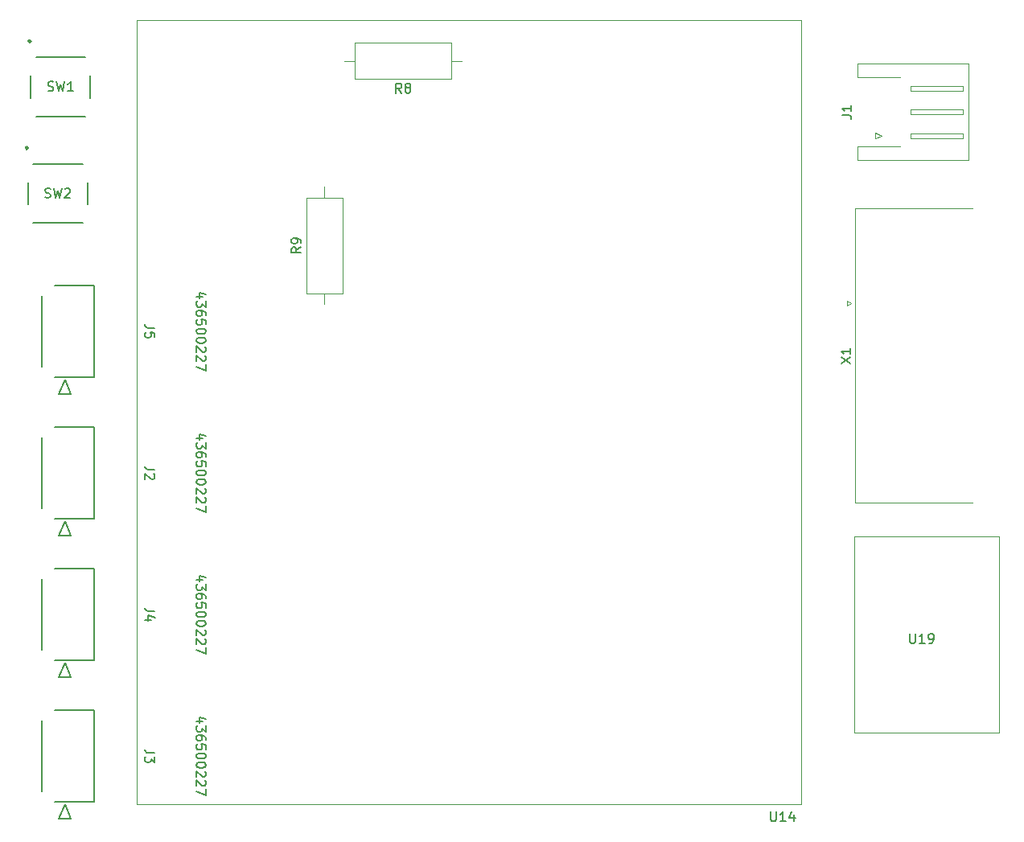
<source format=gto>
G04 #@! TF.GenerationSoftware,KiCad,Pcbnew,8.0.0*
G04 #@! TF.CreationDate,2024-03-28T17:26:01-04:00*
G04 #@! TF.ProjectId,4. New_CANOpen,342e204e-6577-45f4-9341-4e4f70656e2e,rev?*
G04 #@! TF.SameCoordinates,Original*
G04 #@! TF.FileFunction,Legend,Top*
G04 #@! TF.FilePolarity,Positive*
%FSLAX46Y46*%
G04 Gerber Fmt 4.6, Leading zero omitted, Abs format (unit mm)*
G04 Created by KiCad (PCBNEW 8.0.0) date 2024-03-28 17:26:01*
%MOMM*%
%LPD*%
G01*
G04 APERTURE LIST*
%ADD10C,0.150000*%
%ADD11C,0.120000*%
%ADD12C,0.152400*%
%ADD13C,0.254000*%
G04 APERTURE END LIST*
D10*
X123684819Y-70583333D02*
X124399104Y-70583333D01*
X124399104Y-70583333D02*
X124541961Y-70630952D01*
X124541961Y-70630952D02*
X124637200Y-70726190D01*
X124637200Y-70726190D02*
X124684819Y-70869047D01*
X124684819Y-70869047D02*
X124684819Y-70964285D01*
X124684819Y-69583333D02*
X124684819Y-70154761D01*
X124684819Y-69869047D02*
X123684819Y-69869047D01*
X123684819Y-69869047D02*
X123827676Y-69964285D01*
X123827676Y-69964285D02*
X123922914Y-70059523D01*
X123922914Y-70059523D02*
X123970533Y-70154761D01*
X39814667Y-79240101D02*
X39957524Y-79287720D01*
X39957524Y-79287720D02*
X40195619Y-79287720D01*
X40195619Y-79287720D02*
X40290857Y-79240101D01*
X40290857Y-79240101D02*
X40338476Y-79192481D01*
X40338476Y-79192481D02*
X40386095Y-79097243D01*
X40386095Y-79097243D02*
X40386095Y-79002005D01*
X40386095Y-79002005D02*
X40338476Y-78906767D01*
X40338476Y-78906767D02*
X40290857Y-78859148D01*
X40290857Y-78859148D02*
X40195619Y-78811529D01*
X40195619Y-78811529D02*
X40005143Y-78763910D01*
X40005143Y-78763910D02*
X39909905Y-78716291D01*
X39909905Y-78716291D02*
X39862286Y-78668672D01*
X39862286Y-78668672D02*
X39814667Y-78573434D01*
X39814667Y-78573434D02*
X39814667Y-78478196D01*
X39814667Y-78478196D02*
X39862286Y-78382958D01*
X39862286Y-78382958D02*
X39909905Y-78335339D01*
X39909905Y-78335339D02*
X40005143Y-78287720D01*
X40005143Y-78287720D02*
X40243238Y-78287720D01*
X40243238Y-78287720D02*
X40386095Y-78335339D01*
X40719429Y-78287720D02*
X40957524Y-79287720D01*
X40957524Y-79287720D02*
X41148000Y-78573434D01*
X41148000Y-78573434D02*
X41338476Y-79287720D01*
X41338476Y-79287720D02*
X41576572Y-78287720D01*
X41909905Y-78382958D02*
X41957524Y-78335339D01*
X41957524Y-78335339D02*
X42052762Y-78287720D01*
X42052762Y-78287720D02*
X42290857Y-78287720D01*
X42290857Y-78287720D02*
X42386095Y-78335339D01*
X42386095Y-78335339D02*
X42433714Y-78382958D01*
X42433714Y-78382958D02*
X42481333Y-78478196D01*
X42481333Y-78478196D02*
X42481333Y-78573434D01*
X42481333Y-78573434D02*
X42433714Y-78716291D01*
X42433714Y-78716291D02*
X41862286Y-79287720D01*
X41862286Y-79287720D02*
X42481333Y-79287720D01*
X51345180Y-93005314D02*
X50630895Y-93005314D01*
X50630895Y-93005314D02*
X50488038Y-92957695D01*
X50488038Y-92957695D02*
X50392800Y-92862457D01*
X50392800Y-92862457D02*
X50345180Y-92719600D01*
X50345180Y-92719600D02*
X50345180Y-92624362D01*
X51345180Y-93957695D02*
X51345180Y-93481505D01*
X51345180Y-93481505D02*
X50868990Y-93433886D01*
X50868990Y-93433886D02*
X50916609Y-93481505D01*
X50916609Y-93481505D02*
X50964228Y-93576743D01*
X50964228Y-93576743D02*
X50964228Y-93814838D01*
X50964228Y-93814838D02*
X50916609Y-93910076D01*
X50916609Y-93910076D02*
X50868990Y-93957695D01*
X50868990Y-93957695D02*
X50773752Y-94005314D01*
X50773752Y-94005314D02*
X50535657Y-94005314D01*
X50535657Y-94005314D02*
X50440419Y-93957695D01*
X50440419Y-93957695D02*
X50392800Y-93910076D01*
X50392800Y-93910076D02*
X50345180Y-93814838D01*
X50345180Y-93814838D02*
X50345180Y-93576743D01*
X50345180Y-93576743D02*
X50392800Y-93481505D01*
X50392800Y-93481505D02*
X50440419Y-93433886D01*
X56406848Y-89719600D02*
X55740181Y-89719600D01*
X56787801Y-89481505D02*
X56073515Y-89243410D01*
X56073515Y-89243410D02*
X56073515Y-89862457D01*
X56740181Y-90148172D02*
X56740181Y-90767219D01*
X56740181Y-90767219D02*
X56359229Y-90433886D01*
X56359229Y-90433886D02*
X56359229Y-90576743D01*
X56359229Y-90576743D02*
X56311610Y-90671981D01*
X56311610Y-90671981D02*
X56263991Y-90719600D01*
X56263991Y-90719600D02*
X56168753Y-90767219D01*
X56168753Y-90767219D02*
X55930658Y-90767219D01*
X55930658Y-90767219D02*
X55835420Y-90719600D01*
X55835420Y-90719600D02*
X55787801Y-90671981D01*
X55787801Y-90671981D02*
X55740181Y-90576743D01*
X55740181Y-90576743D02*
X55740181Y-90291029D01*
X55740181Y-90291029D02*
X55787801Y-90195791D01*
X55787801Y-90195791D02*
X55835420Y-90148172D01*
X56740181Y-91624362D02*
X56740181Y-91433886D01*
X56740181Y-91433886D02*
X56692562Y-91338648D01*
X56692562Y-91338648D02*
X56644943Y-91291029D01*
X56644943Y-91291029D02*
X56502086Y-91195791D01*
X56502086Y-91195791D02*
X56311610Y-91148172D01*
X56311610Y-91148172D02*
X55930658Y-91148172D01*
X55930658Y-91148172D02*
X55835420Y-91195791D01*
X55835420Y-91195791D02*
X55787801Y-91243410D01*
X55787801Y-91243410D02*
X55740181Y-91338648D01*
X55740181Y-91338648D02*
X55740181Y-91529124D01*
X55740181Y-91529124D02*
X55787801Y-91624362D01*
X55787801Y-91624362D02*
X55835420Y-91671981D01*
X55835420Y-91671981D02*
X55930658Y-91719600D01*
X55930658Y-91719600D02*
X56168753Y-91719600D01*
X56168753Y-91719600D02*
X56263991Y-91671981D01*
X56263991Y-91671981D02*
X56311610Y-91624362D01*
X56311610Y-91624362D02*
X56359229Y-91529124D01*
X56359229Y-91529124D02*
X56359229Y-91338648D01*
X56359229Y-91338648D02*
X56311610Y-91243410D01*
X56311610Y-91243410D02*
X56263991Y-91195791D01*
X56263991Y-91195791D02*
X56168753Y-91148172D01*
X56740181Y-92624362D02*
X56740181Y-92148172D01*
X56740181Y-92148172D02*
X56263991Y-92100553D01*
X56263991Y-92100553D02*
X56311610Y-92148172D01*
X56311610Y-92148172D02*
X56359229Y-92243410D01*
X56359229Y-92243410D02*
X56359229Y-92481505D01*
X56359229Y-92481505D02*
X56311610Y-92576743D01*
X56311610Y-92576743D02*
X56263991Y-92624362D01*
X56263991Y-92624362D02*
X56168753Y-92671981D01*
X56168753Y-92671981D02*
X55930658Y-92671981D01*
X55930658Y-92671981D02*
X55835420Y-92624362D01*
X55835420Y-92624362D02*
X55787801Y-92576743D01*
X55787801Y-92576743D02*
X55740181Y-92481505D01*
X55740181Y-92481505D02*
X55740181Y-92243410D01*
X55740181Y-92243410D02*
X55787801Y-92148172D01*
X55787801Y-92148172D02*
X55835420Y-92100553D01*
X56740181Y-93291029D02*
X56740181Y-93386267D01*
X56740181Y-93386267D02*
X56692562Y-93481505D01*
X56692562Y-93481505D02*
X56644943Y-93529124D01*
X56644943Y-93529124D02*
X56549705Y-93576743D01*
X56549705Y-93576743D02*
X56359229Y-93624362D01*
X56359229Y-93624362D02*
X56121134Y-93624362D01*
X56121134Y-93624362D02*
X55930658Y-93576743D01*
X55930658Y-93576743D02*
X55835420Y-93529124D01*
X55835420Y-93529124D02*
X55787801Y-93481505D01*
X55787801Y-93481505D02*
X55740181Y-93386267D01*
X55740181Y-93386267D02*
X55740181Y-93291029D01*
X55740181Y-93291029D02*
X55787801Y-93195791D01*
X55787801Y-93195791D02*
X55835420Y-93148172D01*
X55835420Y-93148172D02*
X55930658Y-93100553D01*
X55930658Y-93100553D02*
X56121134Y-93052934D01*
X56121134Y-93052934D02*
X56359229Y-93052934D01*
X56359229Y-93052934D02*
X56549705Y-93100553D01*
X56549705Y-93100553D02*
X56644943Y-93148172D01*
X56644943Y-93148172D02*
X56692562Y-93195791D01*
X56692562Y-93195791D02*
X56740181Y-93291029D01*
X56740181Y-94243410D02*
X56740181Y-94338648D01*
X56740181Y-94338648D02*
X56692562Y-94433886D01*
X56692562Y-94433886D02*
X56644943Y-94481505D01*
X56644943Y-94481505D02*
X56549705Y-94529124D01*
X56549705Y-94529124D02*
X56359229Y-94576743D01*
X56359229Y-94576743D02*
X56121134Y-94576743D01*
X56121134Y-94576743D02*
X55930658Y-94529124D01*
X55930658Y-94529124D02*
X55835420Y-94481505D01*
X55835420Y-94481505D02*
X55787801Y-94433886D01*
X55787801Y-94433886D02*
X55740181Y-94338648D01*
X55740181Y-94338648D02*
X55740181Y-94243410D01*
X55740181Y-94243410D02*
X55787801Y-94148172D01*
X55787801Y-94148172D02*
X55835420Y-94100553D01*
X55835420Y-94100553D02*
X55930658Y-94052934D01*
X55930658Y-94052934D02*
X56121134Y-94005315D01*
X56121134Y-94005315D02*
X56359229Y-94005315D01*
X56359229Y-94005315D02*
X56549705Y-94052934D01*
X56549705Y-94052934D02*
X56644943Y-94100553D01*
X56644943Y-94100553D02*
X56692562Y-94148172D01*
X56692562Y-94148172D02*
X56740181Y-94243410D01*
X56644943Y-94957696D02*
X56692562Y-95005315D01*
X56692562Y-95005315D02*
X56740181Y-95100553D01*
X56740181Y-95100553D02*
X56740181Y-95338648D01*
X56740181Y-95338648D02*
X56692562Y-95433886D01*
X56692562Y-95433886D02*
X56644943Y-95481505D01*
X56644943Y-95481505D02*
X56549705Y-95529124D01*
X56549705Y-95529124D02*
X56454467Y-95529124D01*
X56454467Y-95529124D02*
X56311610Y-95481505D01*
X56311610Y-95481505D02*
X55740181Y-94910077D01*
X55740181Y-94910077D02*
X55740181Y-95529124D01*
X56644943Y-95910077D02*
X56692562Y-95957696D01*
X56692562Y-95957696D02*
X56740181Y-96052934D01*
X56740181Y-96052934D02*
X56740181Y-96291029D01*
X56740181Y-96291029D02*
X56692562Y-96386267D01*
X56692562Y-96386267D02*
X56644943Y-96433886D01*
X56644943Y-96433886D02*
X56549705Y-96481505D01*
X56549705Y-96481505D02*
X56454467Y-96481505D01*
X56454467Y-96481505D02*
X56311610Y-96433886D01*
X56311610Y-96433886D02*
X55740181Y-95862458D01*
X55740181Y-95862458D02*
X55740181Y-96481505D01*
X56740181Y-96814839D02*
X56740181Y-97481505D01*
X56740181Y-97481505D02*
X55740181Y-97052934D01*
X123609488Y-96709192D02*
X124609488Y-96042526D01*
X123609488Y-96042526D02*
X124609488Y-96709192D01*
X124609488Y-95137764D02*
X124609488Y-95709192D01*
X124609488Y-95423478D02*
X123609488Y-95423478D01*
X123609488Y-95423478D02*
X123752345Y-95518716D01*
X123752345Y-95518716D02*
X123847583Y-95613954D01*
X123847583Y-95613954D02*
X123895202Y-95709192D01*
X51345180Y-137723358D02*
X50630895Y-137723358D01*
X50630895Y-137723358D02*
X50488038Y-137675739D01*
X50488038Y-137675739D02*
X50392800Y-137580501D01*
X50392800Y-137580501D02*
X50345180Y-137437644D01*
X50345180Y-137437644D02*
X50345180Y-137342406D01*
X51345180Y-138104311D02*
X51345180Y-138723358D01*
X51345180Y-138723358D02*
X50964228Y-138390025D01*
X50964228Y-138390025D02*
X50964228Y-138532882D01*
X50964228Y-138532882D02*
X50916609Y-138628120D01*
X50916609Y-138628120D02*
X50868990Y-138675739D01*
X50868990Y-138675739D02*
X50773752Y-138723358D01*
X50773752Y-138723358D02*
X50535657Y-138723358D01*
X50535657Y-138723358D02*
X50440419Y-138675739D01*
X50440419Y-138675739D02*
X50392800Y-138628120D01*
X50392800Y-138628120D02*
X50345180Y-138532882D01*
X50345180Y-138532882D02*
X50345180Y-138247168D01*
X50345180Y-138247168D02*
X50392800Y-138151930D01*
X50392800Y-138151930D02*
X50440419Y-138104311D01*
X56406848Y-134437644D02*
X55740181Y-134437644D01*
X56787801Y-134199549D02*
X56073515Y-133961454D01*
X56073515Y-133961454D02*
X56073515Y-134580501D01*
X56740181Y-134866216D02*
X56740181Y-135485263D01*
X56740181Y-135485263D02*
X56359229Y-135151930D01*
X56359229Y-135151930D02*
X56359229Y-135294787D01*
X56359229Y-135294787D02*
X56311610Y-135390025D01*
X56311610Y-135390025D02*
X56263991Y-135437644D01*
X56263991Y-135437644D02*
X56168753Y-135485263D01*
X56168753Y-135485263D02*
X55930658Y-135485263D01*
X55930658Y-135485263D02*
X55835420Y-135437644D01*
X55835420Y-135437644D02*
X55787801Y-135390025D01*
X55787801Y-135390025D02*
X55740181Y-135294787D01*
X55740181Y-135294787D02*
X55740181Y-135009073D01*
X55740181Y-135009073D02*
X55787801Y-134913835D01*
X55787801Y-134913835D02*
X55835420Y-134866216D01*
X56740181Y-136342406D02*
X56740181Y-136151930D01*
X56740181Y-136151930D02*
X56692562Y-136056692D01*
X56692562Y-136056692D02*
X56644943Y-136009073D01*
X56644943Y-136009073D02*
X56502086Y-135913835D01*
X56502086Y-135913835D02*
X56311610Y-135866216D01*
X56311610Y-135866216D02*
X55930658Y-135866216D01*
X55930658Y-135866216D02*
X55835420Y-135913835D01*
X55835420Y-135913835D02*
X55787801Y-135961454D01*
X55787801Y-135961454D02*
X55740181Y-136056692D01*
X55740181Y-136056692D02*
X55740181Y-136247168D01*
X55740181Y-136247168D02*
X55787801Y-136342406D01*
X55787801Y-136342406D02*
X55835420Y-136390025D01*
X55835420Y-136390025D02*
X55930658Y-136437644D01*
X55930658Y-136437644D02*
X56168753Y-136437644D01*
X56168753Y-136437644D02*
X56263991Y-136390025D01*
X56263991Y-136390025D02*
X56311610Y-136342406D01*
X56311610Y-136342406D02*
X56359229Y-136247168D01*
X56359229Y-136247168D02*
X56359229Y-136056692D01*
X56359229Y-136056692D02*
X56311610Y-135961454D01*
X56311610Y-135961454D02*
X56263991Y-135913835D01*
X56263991Y-135913835D02*
X56168753Y-135866216D01*
X56740181Y-137342406D02*
X56740181Y-136866216D01*
X56740181Y-136866216D02*
X56263991Y-136818597D01*
X56263991Y-136818597D02*
X56311610Y-136866216D01*
X56311610Y-136866216D02*
X56359229Y-136961454D01*
X56359229Y-136961454D02*
X56359229Y-137199549D01*
X56359229Y-137199549D02*
X56311610Y-137294787D01*
X56311610Y-137294787D02*
X56263991Y-137342406D01*
X56263991Y-137342406D02*
X56168753Y-137390025D01*
X56168753Y-137390025D02*
X55930658Y-137390025D01*
X55930658Y-137390025D02*
X55835420Y-137342406D01*
X55835420Y-137342406D02*
X55787801Y-137294787D01*
X55787801Y-137294787D02*
X55740181Y-137199549D01*
X55740181Y-137199549D02*
X55740181Y-136961454D01*
X55740181Y-136961454D02*
X55787801Y-136866216D01*
X55787801Y-136866216D02*
X55835420Y-136818597D01*
X56740181Y-138009073D02*
X56740181Y-138104311D01*
X56740181Y-138104311D02*
X56692562Y-138199549D01*
X56692562Y-138199549D02*
X56644943Y-138247168D01*
X56644943Y-138247168D02*
X56549705Y-138294787D01*
X56549705Y-138294787D02*
X56359229Y-138342406D01*
X56359229Y-138342406D02*
X56121134Y-138342406D01*
X56121134Y-138342406D02*
X55930658Y-138294787D01*
X55930658Y-138294787D02*
X55835420Y-138247168D01*
X55835420Y-138247168D02*
X55787801Y-138199549D01*
X55787801Y-138199549D02*
X55740181Y-138104311D01*
X55740181Y-138104311D02*
X55740181Y-138009073D01*
X55740181Y-138009073D02*
X55787801Y-137913835D01*
X55787801Y-137913835D02*
X55835420Y-137866216D01*
X55835420Y-137866216D02*
X55930658Y-137818597D01*
X55930658Y-137818597D02*
X56121134Y-137770978D01*
X56121134Y-137770978D02*
X56359229Y-137770978D01*
X56359229Y-137770978D02*
X56549705Y-137818597D01*
X56549705Y-137818597D02*
X56644943Y-137866216D01*
X56644943Y-137866216D02*
X56692562Y-137913835D01*
X56692562Y-137913835D02*
X56740181Y-138009073D01*
X56740181Y-138961454D02*
X56740181Y-139056692D01*
X56740181Y-139056692D02*
X56692562Y-139151930D01*
X56692562Y-139151930D02*
X56644943Y-139199549D01*
X56644943Y-139199549D02*
X56549705Y-139247168D01*
X56549705Y-139247168D02*
X56359229Y-139294787D01*
X56359229Y-139294787D02*
X56121134Y-139294787D01*
X56121134Y-139294787D02*
X55930658Y-139247168D01*
X55930658Y-139247168D02*
X55835420Y-139199549D01*
X55835420Y-139199549D02*
X55787801Y-139151930D01*
X55787801Y-139151930D02*
X55740181Y-139056692D01*
X55740181Y-139056692D02*
X55740181Y-138961454D01*
X55740181Y-138961454D02*
X55787801Y-138866216D01*
X55787801Y-138866216D02*
X55835420Y-138818597D01*
X55835420Y-138818597D02*
X55930658Y-138770978D01*
X55930658Y-138770978D02*
X56121134Y-138723359D01*
X56121134Y-138723359D02*
X56359229Y-138723359D01*
X56359229Y-138723359D02*
X56549705Y-138770978D01*
X56549705Y-138770978D02*
X56644943Y-138818597D01*
X56644943Y-138818597D02*
X56692562Y-138866216D01*
X56692562Y-138866216D02*
X56740181Y-138961454D01*
X56644943Y-139675740D02*
X56692562Y-139723359D01*
X56692562Y-139723359D02*
X56740181Y-139818597D01*
X56740181Y-139818597D02*
X56740181Y-140056692D01*
X56740181Y-140056692D02*
X56692562Y-140151930D01*
X56692562Y-140151930D02*
X56644943Y-140199549D01*
X56644943Y-140199549D02*
X56549705Y-140247168D01*
X56549705Y-140247168D02*
X56454467Y-140247168D01*
X56454467Y-140247168D02*
X56311610Y-140199549D01*
X56311610Y-140199549D02*
X55740181Y-139628121D01*
X55740181Y-139628121D02*
X55740181Y-140247168D01*
X56644943Y-140628121D02*
X56692562Y-140675740D01*
X56692562Y-140675740D02*
X56740181Y-140770978D01*
X56740181Y-140770978D02*
X56740181Y-141009073D01*
X56740181Y-141009073D02*
X56692562Y-141104311D01*
X56692562Y-141104311D02*
X56644943Y-141151930D01*
X56644943Y-141151930D02*
X56549705Y-141199549D01*
X56549705Y-141199549D02*
X56454467Y-141199549D01*
X56454467Y-141199549D02*
X56311610Y-141151930D01*
X56311610Y-141151930D02*
X55740181Y-140580502D01*
X55740181Y-140580502D02*
X55740181Y-141199549D01*
X56740181Y-141532883D02*
X56740181Y-142199549D01*
X56740181Y-142199549D02*
X55740181Y-141770978D01*
X51345180Y-107911328D02*
X50630895Y-107911328D01*
X50630895Y-107911328D02*
X50488038Y-107863709D01*
X50488038Y-107863709D02*
X50392800Y-107768471D01*
X50392800Y-107768471D02*
X50345180Y-107625614D01*
X50345180Y-107625614D02*
X50345180Y-107530376D01*
X51249942Y-108339900D02*
X51297561Y-108387519D01*
X51297561Y-108387519D02*
X51345180Y-108482757D01*
X51345180Y-108482757D02*
X51345180Y-108720852D01*
X51345180Y-108720852D02*
X51297561Y-108816090D01*
X51297561Y-108816090D02*
X51249942Y-108863709D01*
X51249942Y-108863709D02*
X51154704Y-108911328D01*
X51154704Y-108911328D02*
X51059466Y-108911328D01*
X51059466Y-108911328D02*
X50916609Y-108863709D01*
X50916609Y-108863709D02*
X50345180Y-108292281D01*
X50345180Y-108292281D02*
X50345180Y-108911328D01*
X56406848Y-104625614D02*
X55740181Y-104625614D01*
X56787801Y-104387519D02*
X56073515Y-104149424D01*
X56073515Y-104149424D02*
X56073515Y-104768471D01*
X56740181Y-105054186D02*
X56740181Y-105673233D01*
X56740181Y-105673233D02*
X56359229Y-105339900D01*
X56359229Y-105339900D02*
X56359229Y-105482757D01*
X56359229Y-105482757D02*
X56311610Y-105577995D01*
X56311610Y-105577995D02*
X56263991Y-105625614D01*
X56263991Y-105625614D02*
X56168753Y-105673233D01*
X56168753Y-105673233D02*
X55930658Y-105673233D01*
X55930658Y-105673233D02*
X55835420Y-105625614D01*
X55835420Y-105625614D02*
X55787801Y-105577995D01*
X55787801Y-105577995D02*
X55740181Y-105482757D01*
X55740181Y-105482757D02*
X55740181Y-105197043D01*
X55740181Y-105197043D02*
X55787801Y-105101805D01*
X55787801Y-105101805D02*
X55835420Y-105054186D01*
X56740181Y-106530376D02*
X56740181Y-106339900D01*
X56740181Y-106339900D02*
X56692562Y-106244662D01*
X56692562Y-106244662D02*
X56644943Y-106197043D01*
X56644943Y-106197043D02*
X56502086Y-106101805D01*
X56502086Y-106101805D02*
X56311610Y-106054186D01*
X56311610Y-106054186D02*
X55930658Y-106054186D01*
X55930658Y-106054186D02*
X55835420Y-106101805D01*
X55835420Y-106101805D02*
X55787801Y-106149424D01*
X55787801Y-106149424D02*
X55740181Y-106244662D01*
X55740181Y-106244662D02*
X55740181Y-106435138D01*
X55740181Y-106435138D02*
X55787801Y-106530376D01*
X55787801Y-106530376D02*
X55835420Y-106577995D01*
X55835420Y-106577995D02*
X55930658Y-106625614D01*
X55930658Y-106625614D02*
X56168753Y-106625614D01*
X56168753Y-106625614D02*
X56263991Y-106577995D01*
X56263991Y-106577995D02*
X56311610Y-106530376D01*
X56311610Y-106530376D02*
X56359229Y-106435138D01*
X56359229Y-106435138D02*
X56359229Y-106244662D01*
X56359229Y-106244662D02*
X56311610Y-106149424D01*
X56311610Y-106149424D02*
X56263991Y-106101805D01*
X56263991Y-106101805D02*
X56168753Y-106054186D01*
X56740181Y-107530376D02*
X56740181Y-107054186D01*
X56740181Y-107054186D02*
X56263991Y-107006567D01*
X56263991Y-107006567D02*
X56311610Y-107054186D01*
X56311610Y-107054186D02*
X56359229Y-107149424D01*
X56359229Y-107149424D02*
X56359229Y-107387519D01*
X56359229Y-107387519D02*
X56311610Y-107482757D01*
X56311610Y-107482757D02*
X56263991Y-107530376D01*
X56263991Y-107530376D02*
X56168753Y-107577995D01*
X56168753Y-107577995D02*
X55930658Y-107577995D01*
X55930658Y-107577995D02*
X55835420Y-107530376D01*
X55835420Y-107530376D02*
X55787801Y-107482757D01*
X55787801Y-107482757D02*
X55740181Y-107387519D01*
X55740181Y-107387519D02*
X55740181Y-107149424D01*
X55740181Y-107149424D02*
X55787801Y-107054186D01*
X55787801Y-107054186D02*
X55835420Y-107006567D01*
X56740181Y-108197043D02*
X56740181Y-108292281D01*
X56740181Y-108292281D02*
X56692562Y-108387519D01*
X56692562Y-108387519D02*
X56644943Y-108435138D01*
X56644943Y-108435138D02*
X56549705Y-108482757D01*
X56549705Y-108482757D02*
X56359229Y-108530376D01*
X56359229Y-108530376D02*
X56121134Y-108530376D01*
X56121134Y-108530376D02*
X55930658Y-108482757D01*
X55930658Y-108482757D02*
X55835420Y-108435138D01*
X55835420Y-108435138D02*
X55787801Y-108387519D01*
X55787801Y-108387519D02*
X55740181Y-108292281D01*
X55740181Y-108292281D02*
X55740181Y-108197043D01*
X55740181Y-108197043D02*
X55787801Y-108101805D01*
X55787801Y-108101805D02*
X55835420Y-108054186D01*
X55835420Y-108054186D02*
X55930658Y-108006567D01*
X55930658Y-108006567D02*
X56121134Y-107958948D01*
X56121134Y-107958948D02*
X56359229Y-107958948D01*
X56359229Y-107958948D02*
X56549705Y-108006567D01*
X56549705Y-108006567D02*
X56644943Y-108054186D01*
X56644943Y-108054186D02*
X56692562Y-108101805D01*
X56692562Y-108101805D02*
X56740181Y-108197043D01*
X56740181Y-109149424D02*
X56740181Y-109244662D01*
X56740181Y-109244662D02*
X56692562Y-109339900D01*
X56692562Y-109339900D02*
X56644943Y-109387519D01*
X56644943Y-109387519D02*
X56549705Y-109435138D01*
X56549705Y-109435138D02*
X56359229Y-109482757D01*
X56359229Y-109482757D02*
X56121134Y-109482757D01*
X56121134Y-109482757D02*
X55930658Y-109435138D01*
X55930658Y-109435138D02*
X55835420Y-109387519D01*
X55835420Y-109387519D02*
X55787801Y-109339900D01*
X55787801Y-109339900D02*
X55740181Y-109244662D01*
X55740181Y-109244662D02*
X55740181Y-109149424D01*
X55740181Y-109149424D02*
X55787801Y-109054186D01*
X55787801Y-109054186D02*
X55835420Y-109006567D01*
X55835420Y-109006567D02*
X55930658Y-108958948D01*
X55930658Y-108958948D02*
X56121134Y-108911329D01*
X56121134Y-108911329D02*
X56359229Y-108911329D01*
X56359229Y-108911329D02*
X56549705Y-108958948D01*
X56549705Y-108958948D02*
X56644943Y-109006567D01*
X56644943Y-109006567D02*
X56692562Y-109054186D01*
X56692562Y-109054186D02*
X56740181Y-109149424D01*
X56644943Y-109863710D02*
X56692562Y-109911329D01*
X56692562Y-109911329D02*
X56740181Y-110006567D01*
X56740181Y-110006567D02*
X56740181Y-110244662D01*
X56740181Y-110244662D02*
X56692562Y-110339900D01*
X56692562Y-110339900D02*
X56644943Y-110387519D01*
X56644943Y-110387519D02*
X56549705Y-110435138D01*
X56549705Y-110435138D02*
X56454467Y-110435138D01*
X56454467Y-110435138D02*
X56311610Y-110387519D01*
X56311610Y-110387519D02*
X55740181Y-109816091D01*
X55740181Y-109816091D02*
X55740181Y-110435138D01*
X56644943Y-110816091D02*
X56692562Y-110863710D01*
X56692562Y-110863710D02*
X56740181Y-110958948D01*
X56740181Y-110958948D02*
X56740181Y-111197043D01*
X56740181Y-111197043D02*
X56692562Y-111292281D01*
X56692562Y-111292281D02*
X56644943Y-111339900D01*
X56644943Y-111339900D02*
X56549705Y-111387519D01*
X56549705Y-111387519D02*
X56454467Y-111387519D01*
X56454467Y-111387519D02*
X56311610Y-111339900D01*
X56311610Y-111339900D02*
X55740181Y-110768472D01*
X55740181Y-110768472D02*
X55740181Y-111387519D01*
X56740181Y-111720853D02*
X56740181Y-112387519D01*
X56740181Y-112387519D02*
X55740181Y-111958948D01*
X130841905Y-125184819D02*
X130841905Y-125994342D01*
X130841905Y-125994342D02*
X130889524Y-126089580D01*
X130889524Y-126089580D02*
X130937143Y-126137200D01*
X130937143Y-126137200D02*
X131032381Y-126184819D01*
X131032381Y-126184819D02*
X131222857Y-126184819D01*
X131222857Y-126184819D02*
X131318095Y-126137200D01*
X131318095Y-126137200D02*
X131365714Y-126089580D01*
X131365714Y-126089580D02*
X131413333Y-125994342D01*
X131413333Y-125994342D02*
X131413333Y-125184819D01*
X132413333Y-126184819D02*
X131841905Y-126184819D01*
X132127619Y-126184819D02*
X132127619Y-125184819D01*
X132127619Y-125184819D02*
X132032381Y-125327676D01*
X132032381Y-125327676D02*
X131937143Y-125422914D01*
X131937143Y-125422914D02*
X131841905Y-125470533D01*
X132889524Y-126184819D02*
X133080000Y-126184819D01*
X133080000Y-126184819D02*
X133175238Y-126137200D01*
X133175238Y-126137200D02*
X133222857Y-126089580D01*
X133222857Y-126089580D02*
X133318095Y-125946723D01*
X133318095Y-125946723D02*
X133365714Y-125756247D01*
X133365714Y-125756247D02*
X133365714Y-125375295D01*
X133365714Y-125375295D02*
X133318095Y-125280057D01*
X133318095Y-125280057D02*
X133270476Y-125232438D01*
X133270476Y-125232438D02*
X133175238Y-125184819D01*
X133175238Y-125184819D02*
X132984762Y-125184819D01*
X132984762Y-125184819D02*
X132889524Y-125232438D01*
X132889524Y-125232438D02*
X132841905Y-125280057D01*
X132841905Y-125280057D02*
X132794286Y-125375295D01*
X132794286Y-125375295D02*
X132794286Y-125613390D01*
X132794286Y-125613390D02*
X132841905Y-125708628D01*
X132841905Y-125708628D02*
X132889524Y-125756247D01*
X132889524Y-125756247D02*
X132984762Y-125803866D01*
X132984762Y-125803866D02*
X133175238Y-125803866D01*
X133175238Y-125803866D02*
X133270476Y-125756247D01*
X133270476Y-125756247D02*
X133318095Y-125708628D01*
X133318095Y-125708628D02*
X133365714Y-125613390D01*
X116211905Y-143924819D02*
X116211905Y-144734342D01*
X116211905Y-144734342D02*
X116259524Y-144829580D01*
X116259524Y-144829580D02*
X116307143Y-144877200D01*
X116307143Y-144877200D02*
X116402381Y-144924819D01*
X116402381Y-144924819D02*
X116592857Y-144924819D01*
X116592857Y-144924819D02*
X116688095Y-144877200D01*
X116688095Y-144877200D02*
X116735714Y-144829580D01*
X116735714Y-144829580D02*
X116783333Y-144734342D01*
X116783333Y-144734342D02*
X116783333Y-143924819D01*
X117783333Y-144924819D02*
X117211905Y-144924819D01*
X117497619Y-144924819D02*
X117497619Y-143924819D01*
X117497619Y-143924819D02*
X117402381Y-144067676D01*
X117402381Y-144067676D02*
X117307143Y-144162914D01*
X117307143Y-144162914D02*
X117211905Y-144210533D01*
X118640476Y-144258152D02*
X118640476Y-144924819D01*
X118402381Y-143877200D02*
X118164286Y-144591485D01*
X118164286Y-144591485D02*
X118783333Y-144591485D01*
X66749819Y-84494666D02*
X66273628Y-84827999D01*
X66749819Y-85066094D02*
X65749819Y-85066094D01*
X65749819Y-85066094D02*
X65749819Y-84685142D01*
X65749819Y-84685142D02*
X65797438Y-84589904D01*
X65797438Y-84589904D02*
X65845057Y-84542285D01*
X65845057Y-84542285D02*
X65940295Y-84494666D01*
X65940295Y-84494666D02*
X66083152Y-84494666D01*
X66083152Y-84494666D02*
X66178390Y-84542285D01*
X66178390Y-84542285D02*
X66226009Y-84589904D01*
X66226009Y-84589904D02*
X66273628Y-84685142D01*
X66273628Y-84685142D02*
X66273628Y-85066094D01*
X66749819Y-84018475D02*
X66749819Y-83827999D01*
X66749819Y-83827999D02*
X66702200Y-83732761D01*
X66702200Y-83732761D02*
X66654580Y-83685142D01*
X66654580Y-83685142D02*
X66511723Y-83589904D01*
X66511723Y-83589904D02*
X66321247Y-83542285D01*
X66321247Y-83542285D02*
X65940295Y-83542285D01*
X65940295Y-83542285D02*
X65845057Y-83589904D01*
X65845057Y-83589904D02*
X65797438Y-83637523D01*
X65797438Y-83637523D02*
X65749819Y-83732761D01*
X65749819Y-83732761D02*
X65749819Y-83923237D01*
X65749819Y-83923237D02*
X65797438Y-84018475D01*
X65797438Y-84018475D02*
X65845057Y-84066094D01*
X65845057Y-84066094D02*
X65940295Y-84113713D01*
X65940295Y-84113713D02*
X66178390Y-84113713D01*
X66178390Y-84113713D02*
X66273628Y-84066094D01*
X66273628Y-84066094D02*
X66321247Y-84018475D01*
X66321247Y-84018475D02*
X66368866Y-83923237D01*
X66368866Y-83923237D02*
X66368866Y-83732761D01*
X66368866Y-83732761D02*
X66321247Y-83637523D01*
X66321247Y-83637523D02*
X66273628Y-83589904D01*
X66273628Y-83589904D02*
X66178390Y-83542285D01*
X51345180Y-122817342D02*
X50630895Y-122817342D01*
X50630895Y-122817342D02*
X50488038Y-122769723D01*
X50488038Y-122769723D02*
X50392800Y-122674485D01*
X50392800Y-122674485D02*
X50345180Y-122531628D01*
X50345180Y-122531628D02*
X50345180Y-122436390D01*
X51011847Y-123722104D02*
X50345180Y-123722104D01*
X51392800Y-123484009D02*
X50678514Y-123245914D01*
X50678514Y-123245914D02*
X50678514Y-123864961D01*
X56406848Y-119531628D02*
X55740181Y-119531628D01*
X56787801Y-119293533D02*
X56073515Y-119055438D01*
X56073515Y-119055438D02*
X56073515Y-119674485D01*
X56740181Y-119960200D02*
X56740181Y-120579247D01*
X56740181Y-120579247D02*
X56359229Y-120245914D01*
X56359229Y-120245914D02*
X56359229Y-120388771D01*
X56359229Y-120388771D02*
X56311610Y-120484009D01*
X56311610Y-120484009D02*
X56263991Y-120531628D01*
X56263991Y-120531628D02*
X56168753Y-120579247D01*
X56168753Y-120579247D02*
X55930658Y-120579247D01*
X55930658Y-120579247D02*
X55835420Y-120531628D01*
X55835420Y-120531628D02*
X55787801Y-120484009D01*
X55787801Y-120484009D02*
X55740181Y-120388771D01*
X55740181Y-120388771D02*
X55740181Y-120103057D01*
X55740181Y-120103057D02*
X55787801Y-120007819D01*
X55787801Y-120007819D02*
X55835420Y-119960200D01*
X56740181Y-121436390D02*
X56740181Y-121245914D01*
X56740181Y-121245914D02*
X56692562Y-121150676D01*
X56692562Y-121150676D02*
X56644943Y-121103057D01*
X56644943Y-121103057D02*
X56502086Y-121007819D01*
X56502086Y-121007819D02*
X56311610Y-120960200D01*
X56311610Y-120960200D02*
X55930658Y-120960200D01*
X55930658Y-120960200D02*
X55835420Y-121007819D01*
X55835420Y-121007819D02*
X55787801Y-121055438D01*
X55787801Y-121055438D02*
X55740181Y-121150676D01*
X55740181Y-121150676D02*
X55740181Y-121341152D01*
X55740181Y-121341152D02*
X55787801Y-121436390D01*
X55787801Y-121436390D02*
X55835420Y-121484009D01*
X55835420Y-121484009D02*
X55930658Y-121531628D01*
X55930658Y-121531628D02*
X56168753Y-121531628D01*
X56168753Y-121531628D02*
X56263991Y-121484009D01*
X56263991Y-121484009D02*
X56311610Y-121436390D01*
X56311610Y-121436390D02*
X56359229Y-121341152D01*
X56359229Y-121341152D02*
X56359229Y-121150676D01*
X56359229Y-121150676D02*
X56311610Y-121055438D01*
X56311610Y-121055438D02*
X56263991Y-121007819D01*
X56263991Y-121007819D02*
X56168753Y-120960200D01*
X56740181Y-122436390D02*
X56740181Y-121960200D01*
X56740181Y-121960200D02*
X56263991Y-121912581D01*
X56263991Y-121912581D02*
X56311610Y-121960200D01*
X56311610Y-121960200D02*
X56359229Y-122055438D01*
X56359229Y-122055438D02*
X56359229Y-122293533D01*
X56359229Y-122293533D02*
X56311610Y-122388771D01*
X56311610Y-122388771D02*
X56263991Y-122436390D01*
X56263991Y-122436390D02*
X56168753Y-122484009D01*
X56168753Y-122484009D02*
X55930658Y-122484009D01*
X55930658Y-122484009D02*
X55835420Y-122436390D01*
X55835420Y-122436390D02*
X55787801Y-122388771D01*
X55787801Y-122388771D02*
X55740181Y-122293533D01*
X55740181Y-122293533D02*
X55740181Y-122055438D01*
X55740181Y-122055438D02*
X55787801Y-121960200D01*
X55787801Y-121960200D02*
X55835420Y-121912581D01*
X56740181Y-123103057D02*
X56740181Y-123198295D01*
X56740181Y-123198295D02*
X56692562Y-123293533D01*
X56692562Y-123293533D02*
X56644943Y-123341152D01*
X56644943Y-123341152D02*
X56549705Y-123388771D01*
X56549705Y-123388771D02*
X56359229Y-123436390D01*
X56359229Y-123436390D02*
X56121134Y-123436390D01*
X56121134Y-123436390D02*
X55930658Y-123388771D01*
X55930658Y-123388771D02*
X55835420Y-123341152D01*
X55835420Y-123341152D02*
X55787801Y-123293533D01*
X55787801Y-123293533D02*
X55740181Y-123198295D01*
X55740181Y-123198295D02*
X55740181Y-123103057D01*
X55740181Y-123103057D02*
X55787801Y-123007819D01*
X55787801Y-123007819D02*
X55835420Y-122960200D01*
X55835420Y-122960200D02*
X55930658Y-122912581D01*
X55930658Y-122912581D02*
X56121134Y-122864962D01*
X56121134Y-122864962D02*
X56359229Y-122864962D01*
X56359229Y-122864962D02*
X56549705Y-122912581D01*
X56549705Y-122912581D02*
X56644943Y-122960200D01*
X56644943Y-122960200D02*
X56692562Y-123007819D01*
X56692562Y-123007819D02*
X56740181Y-123103057D01*
X56740181Y-124055438D02*
X56740181Y-124150676D01*
X56740181Y-124150676D02*
X56692562Y-124245914D01*
X56692562Y-124245914D02*
X56644943Y-124293533D01*
X56644943Y-124293533D02*
X56549705Y-124341152D01*
X56549705Y-124341152D02*
X56359229Y-124388771D01*
X56359229Y-124388771D02*
X56121134Y-124388771D01*
X56121134Y-124388771D02*
X55930658Y-124341152D01*
X55930658Y-124341152D02*
X55835420Y-124293533D01*
X55835420Y-124293533D02*
X55787801Y-124245914D01*
X55787801Y-124245914D02*
X55740181Y-124150676D01*
X55740181Y-124150676D02*
X55740181Y-124055438D01*
X55740181Y-124055438D02*
X55787801Y-123960200D01*
X55787801Y-123960200D02*
X55835420Y-123912581D01*
X55835420Y-123912581D02*
X55930658Y-123864962D01*
X55930658Y-123864962D02*
X56121134Y-123817343D01*
X56121134Y-123817343D02*
X56359229Y-123817343D01*
X56359229Y-123817343D02*
X56549705Y-123864962D01*
X56549705Y-123864962D02*
X56644943Y-123912581D01*
X56644943Y-123912581D02*
X56692562Y-123960200D01*
X56692562Y-123960200D02*
X56740181Y-124055438D01*
X56644943Y-124769724D02*
X56692562Y-124817343D01*
X56692562Y-124817343D02*
X56740181Y-124912581D01*
X56740181Y-124912581D02*
X56740181Y-125150676D01*
X56740181Y-125150676D02*
X56692562Y-125245914D01*
X56692562Y-125245914D02*
X56644943Y-125293533D01*
X56644943Y-125293533D02*
X56549705Y-125341152D01*
X56549705Y-125341152D02*
X56454467Y-125341152D01*
X56454467Y-125341152D02*
X56311610Y-125293533D01*
X56311610Y-125293533D02*
X55740181Y-124722105D01*
X55740181Y-124722105D02*
X55740181Y-125341152D01*
X56644943Y-125722105D02*
X56692562Y-125769724D01*
X56692562Y-125769724D02*
X56740181Y-125864962D01*
X56740181Y-125864962D02*
X56740181Y-126103057D01*
X56740181Y-126103057D02*
X56692562Y-126198295D01*
X56692562Y-126198295D02*
X56644943Y-126245914D01*
X56644943Y-126245914D02*
X56549705Y-126293533D01*
X56549705Y-126293533D02*
X56454467Y-126293533D01*
X56454467Y-126293533D02*
X56311610Y-126245914D01*
X56311610Y-126245914D02*
X55740181Y-125674486D01*
X55740181Y-125674486D02*
X55740181Y-126293533D01*
X56740181Y-126626867D02*
X56740181Y-127293533D01*
X56740181Y-127293533D02*
X55740181Y-126864962D01*
X40120666Y-68007200D02*
X40263523Y-68054819D01*
X40263523Y-68054819D02*
X40501618Y-68054819D01*
X40501618Y-68054819D02*
X40596856Y-68007200D01*
X40596856Y-68007200D02*
X40644475Y-67959580D01*
X40644475Y-67959580D02*
X40692094Y-67864342D01*
X40692094Y-67864342D02*
X40692094Y-67769104D01*
X40692094Y-67769104D02*
X40644475Y-67673866D01*
X40644475Y-67673866D02*
X40596856Y-67626247D01*
X40596856Y-67626247D02*
X40501618Y-67578628D01*
X40501618Y-67578628D02*
X40311142Y-67531009D01*
X40311142Y-67531009D02*
X40215904Y-67483390D01*
X40215904Y-67483390D02*
X40168285Y-67435771D01*
X40168285Y-67435771D02*
X40120666Y-67340533D01*
X40120666Y-67340533D02*
X40120666Y-67245295D01*
X40120666Y-67245295D02*
X40168285Y-67150057D01*
X40168285Y-67150057D02*
X40215904Y-67102438D01*
X40215904Y-67102438D02*
X40311142Y-67054819D01*
X40311142Y-67054819D02*
X40549237Y-67054819D01*
X40549237Y-67054819D02*
X40692094Y-67102438D01*
X41025428Y-67054819D02*
X41263523Y-68054819D01*
X41263523Y-68054819D02*
X41453999Y-67340533D01*
X41453999Y-67340533D02*
X41644475Y-68054819D01*
X41644475Y-68054819D02*
X41882571Y-67054819D01*
X42787332Y-68054819D02*
X42215904Y-68054819D01*
X42501618Y-68054819D02*
X42501618Y-67054819D01*
X42501618Y-67054819D02*
X42406380Y-67197676D01*
X42406380Y-67197676D02*
X42311142Y-67292914D01*
X42311142Y-67292914D02*
X42215904Y-67340533D01*
X77333333Y-68254819D02*
X77000000Y-67778628D01*
X76761905Y-68254819D02*
X76761905Y-67254819D01*
X76761905Y-67254819D02*
X77142857Y-67254819D01*
X77142857Y-67254819D02*
X77238095Y-67302438D01*
X77238095Y-67302438D02*
X77285714Y-67350057D01*
X77285714Y-67350057D02*
X77333333Y-67445295D01*
X77333333Y-67445295D02*
X77333333Y-67588152D01*
X77333333Y-67588152D02*
X77285714Y-67683390D01*
X77285714Y-67683390D02*
X77238095Y-67731009D01*
X77238095Y-67731009D02*
X77142857Y-67778628D01*
X77142857Y-67778628D02*
X76761905Y-67778628D01*
X77904762Y-67683390D02*
X77809524Y-67635771D01*
X77809524Y-67635771D02*
X77761905Y-67588152D01*
X77761905Y-67588152D02*
X77714286Y-67492914D01*
X77714286Y-67492914D02*
X77714286Y-67445295D01*
X77714286Y-67445295D02*
X77761905Y-67350057D01*
X77761905Y-67350057D02*
X77809524Y-67302438D01*
X77809524Y-67302438D02*
X77904762Y-67254819D01*
X77904762Y-67254819D02*
X78095238Y-67254819D01*
X78095238Y-67254819D02*
X78190476Y-67302438D01*
X78190476Y-67302438D02*
X78238095Y-67350057D01*
X78238095Y-67350057D02*
X78285714Y-67445295D01*
X78285714Y-67445295D02*
X78285714Y-67492914D01*
X78285714Y-67492914D02*
X78238095Y-67588152D01*
X78238095Y-67588152D02*
X78190476Y-67635771D01*
X78190476Y-67635771D02*
X78095238Y-67683390D01*
X78095238Y-67683390D02*
X77904762Y-67683390D01*
X77904762Y-67683390D02*
X77809524Y-67731009D01*
X77809524Y-67731009D02*
X77761905Y-67778628D01*
X77761905Y-67778628D02*
X77714286Y-67873866D01*
X77714286Y-67873866D02*
X77714286Y-68064342D01*
X77714286Y-68064342D02*
X77761905Y-68159580D01*
X77761905Y-68159580D02*
X77809524Y-68207200D01*
X77809524Y-68207200D02*
X77904762Y-68254819D01*
X77904762Y-68254819D02*
X78095238Y-68254819D01*
X78095238Y-68254819D02*
X78190476Y-68207200D01*
X78190476Y-68207200D02*
X78238095Y-68159580D01*
X78238095Y-68159580D02*
X78285714Y-68064342D01*
X78285714Y-68064342D02*
X78285714Y-67873866D01*
X78285714Y-67873866D02*
X78238095Y-67778628D01*
X78238095Y-67778628D02*
X78190476Y-67731009D01*
X78190476Y-67731009D02*
X78095238Y-67683390D01*
D11*
X125320000Y-65190000D02*
X125320000Y-66610000D01*
X125320000Y-66610000D02*
X129820000Y-66610000D01*
X125320000Y-73890000D02*
X129820000Y-73890000D01*
X125320000Y-75310000D02*
X125320000Y-73890000D01*
X127230000Y-72450000D02*
X127830000Y-72750000D01*
X127230000Y-73050000D02*
X127230000Y-72450000D01*
X127830000Y-72750000D02*
X127230000Y-73050000D01*
X130930000Y-67500000D02*
X130930000Y-68000000D01*
X130930000Y-68000000D02*
X136430000Y-68000000D01*
X130930000Y-70000000D02*
X130930000Y-70500000D01*
X130930000Y-70500000D02*
X136430000Y-70500000D01*
X130930000Y-72500000D02*
X130930000Y-73000000D01*
X130930000Y-73000000D02*
X136430000Y-73000000D01*
X136430000Y-67500000D02*
X130930000Y-67500000D01*
X136430000Y-68000000D02*
X136430000Y-67500000D01*
X136430000Y-70000000D02*
X130930000Y-70000000D01*
X136430000Y-70500000D02*
X136430000Y-70000000D01*
X136430000Y-72500000D02*
X130930000Y-72500000D01*
X136430000Y-73000000D02*
X136430000Y-72500000D01*
X137040000Y-65190000D02*
X125320000Y-65190000D01*
X137040000Y-70250000D02*
X137040000Y-65190000D01*
X137040000Y-70250000D02*
X137040000Y-75310000D01*
X137040000Y-75310000D02*
X125320000Y-75310000D01*
D12*
X38020998Y-77662656D02*
X38020998Y-80003145D01*
X38539771Y-81959902D02*
X43756229Y-81959902D01*
X43756229Y-75705899D02*
X38539771Y-75705899D01*
X44275002Y-80003145D02*
X44275002Y-77662656D01*
D13*
X38024999Y-74042900D02*
G75*
G02*
X37770999Y-74042900I-127000J0D01*
G01*
X37770999Y-74042900D02*
G75*
G02*
X38024999Y-74042900I127000J0D01*
G01*
D12*
X39440000Y-89643125D02*
X39440000Y-97034187D01*
X40845341Y-98163640D02*
X45009999Y-98163640D01*
X41275000Y-99941640D02*
X41910000Y-98417640D01*
X41910000Y-98417640D02*
X42545000Y-99941640D01*
X42545000Y-99941640D02*
X41275000Y-99941640D01*
X45009999Y-88513659D02*
X40845337Y-88513659D01*
X45009999Y-98163640D02*
X45009999Y-88513659D01*
D11*
X124200331Y-90109669D02*
X124633344Y-90359669D01*
X124200331Y-90609669D02*
X124200331Y-90109669D01*
X124633344Y-90359669D02*
X124200331Y-90609669D01*
X125094669Y-80414669D02*
X137434669Y-80414669D01*
X125094669Y-111384669D02*
X125094669Y-80414669D01*
X137434669Y-111384669D02*
X125094669Y-111384669D01*
D12*
X39440000Y-134361169D02*
X39440000Y-141752231D01*
X40845341Y-142881684D02*
X45009999Y-142881684D01*
X41275000Y-144659684D02*
X41910000Y-143135684D01*
X41910000Y-143135684D02*
X42545000Y-144659684D01*
X42545000Y-144659684D02*
X41275000Y-144659684D01*
X45009999Y-133231703D02*
X40845337Y-133231703D01*
X45009999Y-142881684D02*
X45009999Y-133231703D01*
X39440000Y-104549139D02*
X39440000Y-111940201D01*
X40845341Y-113069654D02*
X45009999Y-113069654D01*
X41275000Y-114847654D02*
X41910000Y-113323654D01*
X41910000Y-113323654D02*
X42545000Y-114847654D01*
X42545000Y-114847654D02*
X41275000Y-114847654D01*
X45009999Y-103419673D02*
X40845337Y-103419673D01*
X45009999Y-113069654D02*
X45009999Y-103419673D01*
D11*
X125010000Y-114920000D02*
X125010000Y-135560000D01*
X125010000Y-135560000D02*
X140250000Y-135560000D01*
X140250000Y-114920000D02*
X125010000Y-114920000D01*
X140250000Y-135560000D02*
X140250000Y-114920000D01*
X49430000Y-60620000D02*
X49430000Y-143120000D01*
X49430000Y-143120000D02*
X119430000Y-143120000D01*
X119430000Y-60620000D02*
X49430000Y-60620000D01*
X119430000Y-143120000D02*
X119430000Y-60620000D01*
X67295000Y-79258000D02*
X67295000Y-89398000D01*
X67295000Y-89398000D02*
X71135000Y-89398000D01*
X69215000Y-78148000D02*
X69215000Y-79258000D01*
X69215000Y-90508000D02*
X69215000Y-89398000D01*
X71135000Y-79258000D02*
X67295000Y-79258000D01*
X71135000Y-89398000D02*
X71135000Y-79258000D01*
D12*
X39440000Y-119455153D02*
X39440000Y-126846215D01*
X40845341Y-127975668D02*
X45009999Y-127975668D01*
X41275000Y-129753668D02*
X41910000Y-128229668D01*
X41910000Y-128229668D02*
X42545000Y-129753668D01*
X42545000Y-129753668D02*
X41275000Y-129753668D01*
X45009999Y-118325687D02*
X40845337Y-118325687D01*
X45009999Y-127975668D02*
X45009999Y-118325687D01*
X38326997Y-66429755D02*
X38326997Y-68770244D01*
X38845770Y-70727001D02*
X44062228Y-70727001D01*
X44062228Y-64472998D02*
X38845770Y-64472998D01*
X44581001Y-68770244D02*
X44581001Y-66429755D01*
D13*
X38330998Y-62809999D02*
G75*
G02*
X38076998Y-62809999I-127000J0D01*
G01*
X38076998Y-62809999D02*
G75*
G02*
X38330998Y-62809999I127000J0D01*
G01*
D11*
X72430000Y-66800000D02*
X82570000Y-66800000D01*
X82570000Y-66800000D02*
X82570000Y-62960000D01*
X71320000Y-64880000D02*
X72430000Y-64880000D01*
X83680000Y-64880000D02*
X82570000Y-64880000D01*
X72430000Y-62960000D02*
X72430000Y-66800000D01*
X82570000Y-62960000D02*
X72430000Y-62960000D01*
M02*

</source>
